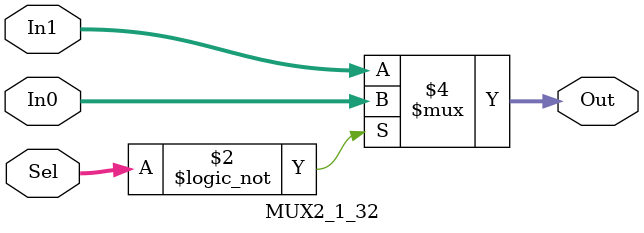
<source format=v>
`timescale 1ns / 1ps
module MUX2_1_32(In0, In1, Sel, Out);
	input [31:0] In0;
	input [31:0] In1;
	input [1:0] Sel;
	output reg [31:0] Out;
	
	always @(In0 or In1 or Sel)
		if(Sel == 1'b0)
			Out = In0;
		else
			Out = In1;

endmodule

</source>
